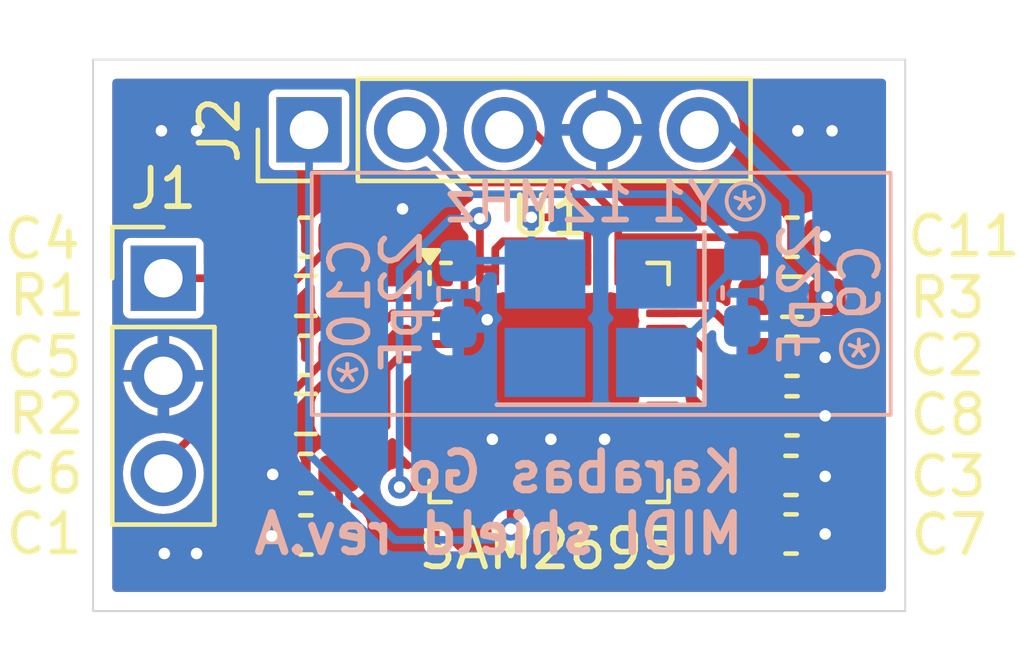
<source format=kicad_pcb>
(kicad_pcb (version 20221018) (generator pcbnew)
  (layers (0 "F.Cu" signal) (31 "B.Cu" signal) (34 "B.Paste" user) (35 "F.Paste" user) (36 "B.SilkS" user "B.Silkscreen") (37 "F.SilkS" user "F.Silkscreen") (38 "B.Mask" user) (39 "F.Mask" user) (44 "Edge.Cuts" user))
  (net 0 "")
  (net 1 "Net-(U1-VCM)")
  (net 2 "GND")
  (net 3 "VCC3_3")
  (net 4 "Net-(U1-OUTVC12)")
  (net 5 "Net-(C4-Pad1)")
  (net 6 "MIDI_L")
  (net 7 "Net-(C5-Pad1)")
  (net 8 "MIDI_R")
  (net 9 "Net-(U1-AOUTL)")
  (net 10 "Net-(U1-AOUTR)")
  (net 12 "MIDI_IN")
  (net 22 "~{MIDI_RST}")
  (net 23 "MIDI_CLK")
  (net 24 "MIDI_CLK_X2")
  (footprint "Capacitor_SMD:C_0603_1608Metric_Pad1.08x0.95mm_HandSolder" (layer "F.Cu") (at 68.4784 60.452)
    (fp_text reference "C2" (at 4.0386 -0.0254) (layer "F.SilkS"))
    (fp_text value "100n")
    (fp_line (start -0.146267 -0.51) (end 0.146267 -0.51) (stroke (width 0.12)) (layer "F.SilkS"))
    (fp_line (start -0.146267 0.51) (end 0.146267 0.51) (stroke (width 0.12)) (layer "F.SilkS"))
    (pad "1" smd roundrect (at -0.8625 0) (size 1.075 0.95) (layers "F.Cu" "F.Paste" "F.Mask") (net 3 "VCC3_3"))
    (pad "2" smd roundrect (at 0.8625 0) (size 1.075 0.95) (layers "F.Cu" "F.Paste" "F.Mask") (net 2 "GND"))
  )
  (footprint "Capacitor_SMD:C_0603_1608Metric_Pad1.08x0.95mm_HandSolder" (layer "F.Cu") (at 68.4784 57.3532)
    (fp_text reference "C11" (at 4.4704 -0.0254) (layer "F.SilkS"))
    (fp_text value "100n")
    (fp_line (start -0.146267 -0.51) (end 0.146267 -0.51) (stroke (width 0.12)) (layer "F.SilkS"))
    (fp_line (start -0.146267 0.51) (end 0.146267 0.51) (stroke (width 0.12)) (layer "F.SilkS"))
    (pad "1" smd roundrect (at -0.8625 0) (size 1.075 0.95) (layers "F.Cu" "F.Paste" "F.Mask") (net 22 "~{MIDI_RST}"))
    (pad "2" smd roundrect (at 0.8625 0) (size 1.075 0.95) (layers "F.Cu" "F.Paste" "F.Mask") (net 2 "GND"))
  )
  (footprint "Capacitor_SMD:C_0603_1608Metric_Pad1.08x0.95mm_HandSolder" (layer "F.Cu") (at 55.8292 57.3532 180)
    (fp_text reference "C4" (at 6.858 -0.0508) (layer "F.SilkS"))
    (fp_text value "10u")
    (fp_line (start -0.146267 -0.51) (end 0.146267 -0.51) (stroke (width 0.12)) (layer "F.SilkS"))
    (fp_line (start -0.146267 0.51) (end 0.146267 0.51) (stroke (width 0.12)) (layer "F.SilkS"))
    (pad "1" smd roundrect (at -0.8625 0 180) (size 1.075 0.95) (layers "F.Cu" "F.Paste" "F.Mask") (net 5 "Net-(C4-Pad1)"))
    (pad "2" smd roundrect (at 0.8625 0 180) (size 1.075 0.95) (layers "F.Cu" "F.Paste" "F.Mask") (net 6 "MIDI_L"))
  )
  (footprint "Capacitor_SMD:C_0603_1608Metric_Pad1.08x0.95mm_HandSolder" (layer "F.Cu") (at 68.4541 65.0748)
    (fp_text reference "C7" (at 4.1137 0.0254) (layer "F.SilkS"))
    (fp_text value "100n")
    (fp_line (start -0.146267 -0.51) (end 0.146267 -0.51) (stroke (width 0.12)) (layer "F.SilkS"))
    (fp_line (start -0.146267 0.51) (end 0.146267 0.51) (stroke (width 0.12)) (layer "F.SilkS"))
    (pad "1" smd roundrect (at -0.8625 0) (size 1.075 0.95) (layers "F.Cu" "F.Paste" "F.Mask") (net 3 "VCC3_3"))
    (pad "2" smd roundrect (at 0.8625 0) (size 1.075 0.95) (layers "F.Cu" "F.Paste" "F.Mask") (net 2 "GND"))
  )
  (footprint "Capacitor_SMD:C_0603_1608Metric_Pad1.08x0.95mm_HandSolder" (layer "F.Cu") (at 55.8292 65.1002 180)
    (fp_text reference "C1" (at 6.8072 0.0254) (layer "F.SilkS"))
    (fp_text value "10u")
    (fp_line (start -0.146267 -0.51) (end 0.146267 -0.51) (stroke (width 0.12)) (layer "F.SilkS"))
    (fp_line (start -0.146267 0.51) (end 0.146267 0.51) (stroke (width 0.12)) (layer "F.SilkS"))
    (pad "1" smd roundrect (at -0.8625 0 180) (size 1.075 0.95) (layers "F.Cu" "F.Paste" "F.Mask") (net 1 "Net-(U1-VCM)"))
    (pad "2" smd roundrect (at 0.8625 0 180) (size 1.075 0.95) (layers "F.Cu" "F.Paste" "F.Mask") (net 2 "GND"))
  )
  (footprint "Package_DFN_QFN:QFN-48-1EP_6x6mm_P0.4mm_EP4.2x4.2mm" (layer "F.Cu") (at 62.1573 61.1328)
    (fp_text reference "U1" (at 0 -4.33) (layer "F.SilkS"))
    (fp_text value "SAM2695" (at 0 4.33) (layer "F.SilkS" knockout))
    (fp_line (start -3.11 -2.56) (end -3.11 -2.87) (stroke (width 0.12)) (layer "F.SilkS"))
    (fp_line (start -3.11 3.11) (end -3.11 2.56) (stroke (width 0.12)) (layer "F.SilkS"))
    (fp_line (start -2.56 -3.11) (end -2.81 -3.11) (stroke (width 0.12)) (layer "F.SilkS"))
    (fp_line (start -2.56 3.11) (end -3.11 3.11) (stroke (width 0.12)) (layer "F.SilkS"))
    (fp_line (start 2.56 -3.11) (end 3.11 -3.11) (stroke (width 0.12)) (layer "F.SilkS"))
    (fp_line (start 2.56 3.11) (end 3.11 3.11) (stroke (width 0.12)) (layer "F.SilkS"))
    (fp_line (start 3.11 -3.11) (end 3.11 -2.56) (stroke (width 0.12)) (layer "F.SilkS"))
    (fp_line (start 3.11 3.11) (end 3.11 2.56) (stroke (width 0.12)) (layer "F.SilkS"))
    (fp_poly (pts (xy -3.11 -3.11) (xy -3.35 -3.44) (xy -2.87 -3.44) (xy -3.11 -3.11)) (stroke (width 0.12)) (fill solid) (layer "F.SilkS"))
    (pad "1" smd roundrect (at -2.95 -2.2) (size 0.85 0.2) (layers "F.Cu" "F.Paste" "F.Mask") (net 9 "Net-(U1-AOUTL)"))
    (pad "2" smd roundrect (at -2.95 -1.8) (size 0.85 0.2) (layers "F.Cu" "F.Paste" "F.Mask") (net 10 "Net-(U1-AOUTR)"))
    (pad "3" smd roundrect (at -2.95 -1.4) (size 0.85 0.2) (layers "F.Cu" "F.Paste" "F.Mask"))
    (pad "4" smd roundrect (at -2.95 -1) (size 0.85 0.2) (layers "F.Cu" "F.Paste" "F.Mask") (net 2 "GND"))
    (pad "5" smd roundrect (at -2.95 -0.6) (size 0.85 0.2) (layers "F.Cu" "F.Paste" "F.Mask") (net 1 "Net-(U1-VCM)"))
    (pad "6" smd roundrect (at -2.95 -0.2) (size 0.85 0.2) (layers "F.Cu" "F.Paste" "F.Mask") (net 3 "VCC3_3"))
    (pad "7" smd roundrect (at -2.95 0.2) (size 0.85 0.2) (layers "F.Cu" "F.Paste" "F.Mask") (net 2 "GND"))
    (pad "8" smd roundrect (at -2.95 0.6) (size 0.85 0.2) (layers "F.Cu" "F.Paste" "F.Mask") (net 3 "VCC3_3"))
    (pad "9" smd roundrect (at -2.95 1) (size 0.85 0.2) (layers "F.Cu" "F.Paste" "F.Mask") (net 2 "GND"))
    (pad "10" smd roundrect (at -2.95 1.4) (size 0.85 0.2) (layers "F.Cu" "F.Paste" "F.Mask") (net 2 "GND"))
    (pad "11" smd roundrect (at -2.95 1.8) (size 0.85 0.2) (layers "F.Cu" "F.Paste" "F.Mask") (net 3 "VCC3_3"))
    (pad "12" smd roundrect (at -2.95 2.2) (size 0.85 0.2) (layers "F.Cu" "F.Paste" "F.Mask") (net 3 "VCC3_3"))
    (pad "13" smd roundrect (at -2.2 2.95) (size 0.2 0.85) (layers "F.Cu" "F.Paste" "F.Mask") (net 2 "GND"))
    (pad "14" smd roundrect (at -1.8 2.95) (size 0.2 0.85) (layers "F.Cu" "F.Paste" "F.Mask") (net 2 "GND"))
    (pad "15" smd roundrect (at -1.4 2.95) (size 0.2 0.85) (layers "F.Cu" "F.Paste" "F.Mask") (net 2 "GND"))
    (pad "16" smd roundrect (at -1 2.95) (size 0.2 0.85) (layers "F.Cu" "F.Paste" "F.Mask") (net 12 "MIDI_IN"))
    (pad "17" smd roundrect (at -0.6 2.95) (size 0.2 0.85) (layers "F.Cu" "F.Paste" "F.Mask"))
    (pad "18" smd roundrect (at -0.2 2.95) (size 0.2 0.85) (layers "F.Cu" "F.Paste" "F.Mask") (net 2 "GND"))
    (pad "19" smd roundrect (at 0.2 2.95) (size 0.2 0.85) (layers "F.Cu" "F.Paste" "F.Mask"))
    (pad "20" smd roundrect (at 0.6 2.95) (size 0.2 0.85) (layers "F.Cu" "F.Paste" "F.Mask") (net 3 "VCC3_3"))
    (pad "21" smd roundrect (at 1 2.95) (size 0.2 0.85) (layers "F.Cu" "F.Paste" "F.Mask"))
    (pad "22" smd roundrect (at 1.4 2.95) (size 0.2 0.85) (layers "F.Cu" "F.Paste" "F.Mask"))
    (pad "23" smd roundrect (at 1.8 2.95) (size 0.2 0.85) (layers "F.Cu" "F.Paste" "F.Mask"))
    (pad "24" smd roundrect (at 2.2 2.95) (size 0.2 0.85) (layers "F.Cu" "F.Paste" "F.Mask"))
    (pad "25" smd roundrect (at 2.95 2.2) (size 0.85 0.2) (layers "F.Cu" "F.Paste" "F.Mask") (net 2 "GND"))
    (pad "26" smd roundrect (at 2.95 1.8) (size 0.85 0.2) (layers "F.Cu" "F.Paste" "F.Mask"))
    (pad "27" smd roundrect (at 2.95 1.4) (size 0.85 0.2) (layers "F.Cu" "F.Paste" "F.Mask"))
    (pad "28" smd roundrect (at 2.95 1) (size 0.85 0.2) (layers "F.Cu" "F.Paste" "F.Mask"))
    (pad "29" smd roundrect (at 2.95 0.6) (size 0.85 0.2) (layers "F.Cu" "F.Paste" "F.Mask"))
    (pad "30" smd roundrect (at 2.95 0.2) (size 0.85 0.2) (layers "F.Cu" "F.Paste" "F.Mask"))
    (pad "31" smd roundrect (at 2.95 -0.2) (size 0.85 0.2) (layers "F.Cu" "F.Paste" "F.Mask") (net 3 "VCC3_3"))
    (pad "32" smd roundrect (at 2.95 -0.6) (size 0.85 0.2) (layers "F.Cu" "F.Paste" "F.Mask"))
    (pad "33" smd roundrect (at 2.95 -1) (size 0.85 0.2) (layers "F.Cu" "F.Paste" "F.Mask"))
    (pad "34" smd roundrect (at 2.95 -1.4) (size 0.85 0.2) (layers "F.Cu" "F.Paste" "F.Mask") (net 4 "Net-(U1-OUTVC12)"))
    (pad "35" smd roundrect (at 2.95 -1.8) (size 0.85 0.2) (layers "F.Cu" "F.Paste" "F.Mask") (net 3 "VCC3_3"))
    (pad "36" smd roundrect (at 2.95 -2.2) (size 0.85 0.2) (layers "F.Cu" "F.Paste" "F.Mask") (net 2 "GND"))
    (pad "37" smd roundrect (at 2.2 -2.95) (size 0.2 0.85) (layers "F.Cu" "F.Paste" "F.Mask"))
    (pad "38" smd roundrect (at 1.8 -2.95) (size 0.2 0.85) (layers "F.Cu" "F.Paste" "F.Mask") (net 22 "~{MIDI_RST}"))
    (pad "39" smd roundrect (at 1.4 -2.95) (size 0.2 0.85) (layers "F.Cu" "F.Paste" "F.Mask") (net 23 "MIDI_CLK"))
    (pad "40" smd roundrect (at 1 -2.95) (size 0.2 0.85) (layers "F.Cu" "F.Paste" "F.Mask") (net 24 "MIDI_CLK_X2"))
    (pad "41" smd roundrect (at 0.6 -2.95) (size 0.2 0.85) (layers "F.Cu" "F.Paste" "F.Mask") (net 3 "VCC3_3"))
    (pad "42" smd roundrect (at 0.2 -2.95) (size 0.2 0.85) (layers "F.Cu" "F.Paste" "F.Mask"))
    (pad "43" smd roundrect (at -0.2 -2.95) (size 0.2 0.85) (layers "F.Cu" "F.Paste" "F.Mask"))
    (pad "44" smd roundrect (at -0.6 -2.95) (size 0.2 0.85) (layers "F.Cu" "F.Paste" "F.Mask"))
    (pad "45" smd roundrect (at -1 -2.95) (size 0.2 0.85) (layers "F.Cu" "F.Paste" "F.Mask") (net 2 "GND"))
    (pad "46" smd roundrect (at -1.4 -2.95) (size 0.2 0.85) (layers "F.Cu" "F.Paste" "F.Mask") (net 3 "VCC3_3"))
    (pad "47" smd roundrect (at -1.8 -2.95) (size 0.2 0.85) (layers "F.Cu" "F.Paste" "F.Mask") (net 3 "VCC3_3"))
    (pad "48" smd roundrect (at -2.2 -2.95) (size 0.2 0.85) (layers "F.Cu" "F.Paste" "F.Mask") (net 2 "GND"))
    (pad "49" smd rect (at 0 0) (size 4.2 4.2) (property pad_prop_heatsink) (layers "F.Cu" "F.Mask") (net 2 "GND"))
  )
  (footprint "Capacitor_SMD:C_0603_1608Metric_Pad1.08x0.95mm_HandSolder" (layer "F.Cu") (at 68.453 63.5508)
    (fp_text reference "C3" (at 4.0894 0.0254) (layer "F.SilkS"))
    (fp_text value "10u")
    (fp_line (start -0.146267 -0.51) (end 0.146267 -0.51) (stroke (width 0.12)) (layer "F.SilkS"))
    (fp_line (start -0.146267 0.51) (end 0.146267 0.51) (stroke (width 0.12)) (layer "F.SilkS"))
    (pad "1" smd roundrect (at -0.8625 0) (size 1.075 0.95) (layers "F.Cu" "F.Paste" "F.Mask") (net 4 "Net-(U1-OUTVC12)"))
    (pad "2" smd roundrect (at 0.8625 0) (size 1.075 0.95) (layers "F.Cu" "F.Paste" "F.Mask") (net 2 "GND"))
  )
  (footprint "Resistor_SMD:R_0603_1608Metric_Pad0.98x0.95mm_HandSolder" (layer "F.Cu") (at 55.8292 58.8772 180)
    (fp_text reference "R1" (at 6.731 0) (layer "F.SilkS"))
    (fp_text value "4k7")
    (fp_line (start -0.254724 -0.5225) (end 0.254724 -0.5225) (stroke (width 0.12)) (layer "F.SilkS"))
    (fp_line (start -0.254724 0.5225) (end 0.254724 0.5225) (stroke (width 0.12)) (layer "F.SilkS"))
    (pad "1" smd roundrect (at -0.9125 0 180) (size 0.975 0.95) (layers "F.Cu" "F.Paste" "F.Mask") (net 9 "Net-(U1-AOUTL)"))
    (pad "2" smd roundrect (at 0.9125 0 180) (size 0.975 0.95) (layers "F.Cu" "F.Paste" "F.Mask") (net 5 "Net-(C4-Pad1)"))
  )
  (footprint "Capacitor_SMD:C_0603_1608Metric_Pad1.08x0.95mm_HandSolder" (layer "F.Cu") (at 55.8292 60.4266 180)
    (fp_text reference "C5" (at 6.8072 -0.0508) (layer "F.SilkS"))
    (fp_text value "10u")
    (fp_line (start -0.146267 -0.51) (end 0.146267 -0.51) (stroke (width 0.12)) (layer "F.SilkS"))
    (fp_line (start -0.146267 0.51) (end 0.146267 0.51) (stroke (width 0.12)) (layer "F.SilkS"))
    (pad "1" smd roundrect (at -0.8625 0 180) (size 1.075 0.95) (layers "F.Cu" "F.Paste" "F.Mask") (net 7 "Net-(C5-Pad1)"))
    (pad "2" smd roundrect (at 0.8625 0 180) (size 1.075 0.95) (layers "F.Cu" "F.Paste" "F.Mask") (net 8 "MIDI_R"))
  )
  (footprint "Connector_PinHeader_2.54mm:PinHeader_1x03_P2.54mm_Vertical" (layer "F.Cu") (at 52.1208 58.42)
    (fp_text reference "J1" (at 0 -2.33) (layer "F.SilkS"))
    (fp_text value "Audio")
    (fp_line (start -1.33 -1.33) (end 0 -1.33) (stroke (width 0.12)) (layer "F.SilkS"))
    (fp_line (start -1.33 0) (end -1.33 -1.33) (stroke (width 0.12)) (layer "F.SilkS"))
    (fp_line (start -1.33 1.27) (end -1.33 6.41) (stroke (width 0.12)) (layer "F.SilkS"))
    (fp_line (start -1.33 1.27) (end 1.33 1.27) (stroke (width 0.12)) (layer "F.SilkS"))
    (fp_line (start -1.33 6.41) (end 1.33 6.41) (stroke (width 0.12)) (layer "F.SilkS"))
    (fp_line (start 1.33 1.27) (end 1.33 6.41) (stroke (width 0.12)) (layer "F.SilkS"))
    (pad "1" thru_hole rect (at 0 0) (size 1.7 1.7) (drill 1) (layers "*.Cu" "*.Mask") (net 6 "MIDI_L"))
    (pad "2" thru_hole oval (at 0 2.54) (size 1.7 1.7) (drill 1) (layers "*.Cu" "*.Mask") (net 2 "GND"))
    (pad "3" thru_hole oval (at 0 5.08) (size 1.7 1.7) (drill 1) (layers "*.Cu" "*.Mask") (net 8 "MIDI_R"))
  )
  (footprint "Connector_PinHeader_2.54mm:PinHeader_1x05_P2.54mm_Vertical" (layer "F.Cu") (at 55.9104 54.5592 90)
    (fp_text reference "J2" (at 0 -2.33 90) (layer "F.SilkS"))
    (fp_text value "Midi")
    (fp_line (start -1.33 -1.33) (end 0 -1.33) (stroke (width 0.12)) (layer "F.SilkS"))
    (fp_line (start -1.33 0) (end -1.33 -1.33) (stroke (width 0.12)) (layer "F.SilkS"))
    (fp_line (start -1.33 1.27) (end -1.33 11.49) (stroke (width 0.12)) (layer "F.SilkS"))
    (fp_line (start -1.33 1.27) (end 1.33 1.27) (stroke (width 0.12)) (layer "F.SilkS"))
    (fp_line (start -1.33 11.49) (end 1.33 11.49) (stroke (width 0.12)) (layer "F.SilkS"))
    (fp_line (start 1.33 1.27) (end 1.33 11.49) (stroke (width 0.12)) (layer "F.SilkS"))
    (pad "1" thru_hole rect (at 0 0 90) (size 1.7 1.7) (drill 1) (layers "*.Cu" "*.Mask") (net 12 "MIDI_IN"))
    (pad "2" thru_hole oval (at 0 2.54 90) (size 1.7 1.7) (drill 1) (layers "*.Cu" "*.Mask") (net 23 "MIDI_CLK"))
    (pad "3" thru_hole oval (at 0 5.08 90) (size 1.7 1.7) (drill 1) (layers "*.Cu" "*.Mask") (net 22 "~{MIDI_RST}"))
    (pad "4" thru_hole oval (at 0 7.62 90) (size 1.7 1.7) (drill 1) (layers "*.Cu" "*.Mask") (net 2 "GND"))
    (pad "5" thru_hole oval (at 0 10.16 90) (size 1.7 1.7) (drill 1) (layers "*.Cu" "*.Mask") (net 3 "VCC3_3"))
  )
  (footprint "Capacitor_SMD:C_0603_1608Metric_Pad1.08x0.95mm_HandSolder" (layer "F.Cu") (at 55.8292 63.5 180)
    (fp_text reference "C6" (at 6.7818 0) (layer "F.SilkS"))
    (fp_text value "100n")
    (fp_line (start -0.146267 -0.51) (end 0.146267 -0.51) (stroke (width 0.12)) (layer "F.SilkS"))
    (fp_line (start -0.146267 0.51) (end 0.146267 0.51) (stroke (width 0.12)) (layer "F.SilkS"))
    (pad "1" smd roundrect (at -0.8625 0 180) (size 1.075 0.95) (layers "F.Cu" "F.Paste" "F.Mask") (net 1 "Net-(U1-VCM)"))
    (pad "2" smd roundrect (at 0.8625 0 180) (size 1.075 0.95) (layers "F.Cu" "F.Paste" "F.Mask") (net 2 "GND"))
  )
  (footprint "Resistor_SMD:R_0603_1608Metric_Pad0.98x0.95mm_HandSolder" (layer "F.Cu") (at 55.8292 61.9506 180)
    (fp_text reference "R2" (at 6.7564 0) (layer "F.SilkS"))
    (fp_text value "4k7")
    (fp_line (start -0.254724 -0.5225) (end 0.254724 -0.5225) (stroke (width 0.12)) (layer "F.SilkS"))
    (fp_line (start -0.254724 0.5225) (end 0.254724 0.5225) (stroke (width 0.12)) (layer "F.SilkS"))
    (pad "1" smd roundrect (at -0.9125 0 180) (size 0.975 0.95) (layers "F.Cu" "F.Paste" "F.Mask") (net 10 "Net-(U1-AOUTR)"))
    (pad "2" smd roundrect (at 0.9125 0 180) (size 0.975 0.95) (layers "F.Cu" "F.Paste" "F.Mask") (net 7 "Net-(C5-Pad1)"))
  )
  (footprint "Capacitor_SMD:C_0603_1608Metric_Pad1.08x0.95mm_HandSolder" (layer "F.Cu") (at 68.4784 62.0014)
    (fp_text reference "C8" (at 4.064 -0.0254) (layer "F.SilkS"))
    (fp_text value "100n")
    (fp_line (start -0.146267 -0.51) (end 0.146267 -0.51) (stroke (width 0.12)) (layer "F.SilkS"))
    (fp_line (start -0.146267 0.51) (end 0.146267 0.51) (stroke (width 0.12)) (layer "F.SilkS"))
    (pad "1" smd roundrect (at -0.8625 0) (size 1.075 0.95) (layers "F.Cu" "F.Paste" "F.Mask") (net 4 "Net-(U1-OUTVC12)"))
    (pad "2" smd roundrect (at 0.8625 0) (size 1.075 0.95) (layers "F.Cu" "F.Paste" "F.Mask") (net 2 "GND"))
  )
  (footprint "Resistor_SMD:R_0603_1608Metric_Pad0.98x0.95mm_HandSolder" (layer "F.Cu") (at 68.4784 58.9026)
    (fp_text reference "R3" (at 4.0386 0.0254) (layer "F.SilkS"))
    (fp_text value "10k")
    (fp_line (start -0.254724 -0.5225) (end 0.254724 -0.5225) (stroke (width 0.12)) (layer "F.SilkS"))
    (fp_line (start -0.254724 0.5225) (end 0.254724 0.5225) (stroke (width 0.12)) (layer "F.SilkS"))
    (pad "1" smd roundrect (at -0.9125 0) (size 0.975 0.95) (layers "F.Cu" "F.Paste" "F.Mask") (net 22 "~{MIDI_RST}"))
    (pad "2" smd roundrect (at 0.9125 0) (size 0.975 0.95) (layers "F.Cu" "F.Paste" "F.Mask") (net 3 "VCC3_3"))
  )
  (footprint "Capacitor_SMD:C_0603_1608Metric_Pad1.08x0.95mm_HandSolder" (layer "B.Cu") (at 67.183 58.801 -90)
    (fp_text reference "C9" (at -0.2794 -3.0734 90) (layer "B.SilkS") (effects (justify mirror)))
    (fp_text value "22pF" (at 0.0254 -1.4986 90) (layer "B.SilkS") (effects (justify mirror)))
    (fp_line (start -0.146267 -0.51) (end 0.146267 -0.51) (stroke (width 0.12)) (layer "B.SilkS"))
    (fp_line (start -0.146267 0.51) (end 0.146267 0.51) (stroke (width 0.12)) (layer "B.SilkS"))
    (pad "1" smd roundrect (at -0.8625 0 270) (size 1.075 0.95) (layers "B.Cu" "B.Paste" "B.Mask") (net 23 "MIDI_CLK"))
    (pad "2" smd roundrect (at 0.8625 0 270) (size 1.075 0.95) (layers "B.Cu" "B.Paste" "B.Mask") (net 2 "GND"))
  )
  (footprint "Crystal:Crystal_SMD_3225-4Pin_3.2x2.5mm_HandSoldering" (layer "B.Cu") (at 63.5 59.4614 180)
    (fp_text reference "Y1" (at -2.2098 3.0226) (layer "B.SilkS") (effects (justify mirror)))
    (fp_text value "12MHz" (at 1.6002 3.0226) (layer "B.SilkS") (effects (justify mirror)))
    (fp_line (start -2.7 -2.25) (end 2.7 -2.25) (stroke (width 0.12)) (layer "B.SilkS"))
    (fp_line (start -2.7 2.25) (end -2.7 -2.25) (stroke (width 0.12)) (layer "B.SilkS"))
    (pad "1" smd rect (at -1.45 -1.15 180) (size 2.1 1.8) (layers "B.Cu" "B.Paste" "B.Mask") (net 23 "MIDI_CLK"))
    (pad "2" smd rect (at 1.45 -1.15 180) (size 2.1 1.8) (layers "B.Cu" "B.Paste" "B.Mask"))
    (pad "3" smd rect (at 1.45 1.15 180) (size 2.1 1.8) (layers "B.Cu" "B.Paste" "B.Mask") (net 24 "MIDI_CLK_X2"))
    (pad "4" smd rect (at -1.45 1.15 180) (size 2.1 1.8) (layers "B.Cu" "B.Paste" "B.Mask"))
  )
  (footprint "Capacitor_SMD:C_0603_1608Metric_Pad1.08x0.95mm_HandSolder" (layer "B.Cu") (at 59.7916 58.8264 -90)
    (fp_text reference "C10" (at 0 2.8194 90) (layer "B.SilkS") (effects (justify mirror)))
    (fp_text value "22pF" (at 0.2032 1.4732 90) (layer "B.SilkS") (effects (justify mirror)))
    (fp_line (start -0.146267 -0.51) (end 0.146267 -0.51) (stroke (width 0.12)) (layer "B.SilkS"))
    (fp_line (start -0.146267 0.51) (end 0.146267 0.51) (stroke (width 0.12)) (layer "B.SilkS"))
    (pad "1" smd roundrect (at -0.8625 0 270) (size 1.075 0.95) (layers "B.Cu" "B.Paste" "B.Mask") (net 24 "MIDI_CLK_X2"))
    (pad "2" smd roundrect (at 0.8625 0 270) (size 1.075 0.95) (layers "B.Cu" "B.Paste" "B.Mask") (net 2 "GND"))
  )
  (gr_rect (start 55.9816 55.6768) (end 71.0438 61.976) (stroke (width 0.1)) (fill none) (layer "B.SilkS"))
  (gr_circle (center 67.2592 56.4134) (end 67.7418 56.4134) (stroke (width 0.1)) (fill none) (layer "B.SilkS"))
  (gr_circle (center 70.231 60.2488) (end 70.7136 60.2488) (stroke (width 0.1)) (fill none) (layer "B.SilkS"))
  (gr_circle (center 56.9214 60.8838) (end 57.404 60.8838) (stroke (width 0.1)) (fill none) (layer "B.SilkS"))
  (gr_rect (start 50.292 52.7304) (end 71.4248 67.0814) (stroke (width 0.05)) (fill none) (layer "Edge.Cuts"))
  (gr_text "*" (at 67.691 57.3024) (layer "B.SilkS") (effects (font (size 1 1) (thickness 0.1)) (justify left bottom mirror)))
  (gr_text "*" (at 57.3532 61.7728) (layer "B.SilkS") (effects (font (size 1 1) (thickness 0.1)) (justify left bottom mirror)))
  (gr_text "*" (at 70.6628 61.1378) (layer "B.SilkS") (effects (font (size 1 1) (thickness 0.1)) (justify left bottom mirror)))
  (gr_text "Karabas Go\nMIDI shield rev.A" (at 67.31 65.659) (layer "B.SilkS") (effects (font (size 1 1) (thickness 0.2) bold) (justify left bottom mirror)))
  (segment (start 56.6917 65.1002) (end 56.6917 63.5) (width 0.2) (layer "F.Cu") (net 1))
  (segment (start 57.9292 62.2625) (end 56.6917 63.5) (width 0.2) (layer "F.Cu") (net 1))
  (segment (start 58.1868 60.5328) (end 57.9292 60.7904) (width 0.2) (layer "F.Cu") (net 1))
  (segment (start 57.9292 60.7904) (end 57.9292 62.2625) (width 0.2) (layer "F.Cu") (net 1))
  (segment (start 59.2073 60.5328) (end 58.1868 60.5328) (width 0.2) (layer "F.Cu") (net 1))
  (segment (start 65.1073 58.9328) (end 64.3573 58.9328) (width 0.2) (layer "F.Cu") (net 2))
  (segment (start 60.3573 64.0828) (end 60.3573 62.9328) (width 0.2) (layer "F.Cu") (net 2))
  (segment (start 64.3573 58.9328) (end 62.1573 61.1328) (width 0.2) (layer "F.Cu") (net 2))
  (segment (start 61.9573 61.3328) (end 62.1573 61.1328) (width 0.2) (layer "F.Cu") (net 2))
  (segment (start 59.2073 61.3328) (end 61.9573 61.3328) (width 0.2) (layer "F.Cu") (net 2))
  (segment (start 61.1573 62.1328) (end 62.1573 61.1328) (width 0.2) (layer "F.Cu") (net 2))
  (segment (start 60.7573 64.0828) (end 60.7573 62.5328) (width 0.2) (layer "F.Cu") (net 2))
  (segment (start 59.2073 62.1328) (end 61.1573 62.1328) (width 0.2) (layer "F.Cu") (net 2))
  (segment (start 59.2073 60.1328) (end 61.1573 60.1328) (width 0.2) (layer "F.Cu") (net 2))
  (segment (start 61.1573 58.1828) (end 61.1573 60.1328) (width 0.2) (layer "F.Cu") (net 2))
  (segment (start 59.9573 58.9328) (end 62.1573 61.1328) (width 0.2) (layer "F.Cu") (net 2))
  (segment (start 60.547395 59.522895) (end 62.1573 61.1328) (width 0.2) (layer "F.Cu") (net 2))
  (segment (start 60.3573 62.9328) (end 62.1573 61.1328) (width 0.2) (layer "F.Cu") (net 2))
  (segment (start 61.9573 64.0828) (end 61.9573 61.3328) (width 0.2) (layer "F.Cu") (net 2))
  (segment (start 69.3409 60.4763) (end 69.342 60.4774) (width 0.2) (layer "F.Cu") (net 2))
  (segment (start 61.1573 60.1328) (end 62.1573 61.1328) (width 0.2) (layer "F.Cu") (net 2))
  (segment (start 60.7573 62.5328) (end 62.1573 61.1328) (width 0.2) (layer "F.Cu") (net 2))
  (segment (start 65.1073 63.3328) (end 64.3573 63.3328) (width 0.2) (layer "F.Cu") (net 2))
  (segment (start 59.9573 63.3328) (end 62.1573 61.1328) (width 0.2) (layer "F.Cu") (net 2))
  (segment (start 59.9573 58.1828) (end 59.9573 58.9328) (width 0.2) (layer "F.Cu") (net 2))
  (segment (start 59.9573 64.0828) (end 59.9573 63.3328) (width 0.2) (layer "F.Cu") (net 2))
  (segment (start 69.3409 60.452) (end 69.3409 60.4763) (width 0.2) (layer "F.Cu") (net 2))
  (segment (start 60.547395 59.498913) (end 60.547395 59.522895) (width 0.2) (layer "F.Cu") (net 2))
  (segment (start 59.2073 62.5328) (end 60.7573 62.5328) (width 0.2) (layer "F.Cu") (net 2))
  (segment (start 64.3573 63.3328) (end 62.1573 61.1328) (width 0.2) (layer "F.Cu") (net 2))
  (via (at 60.547395 59.498913) (size 0.6) (drill 0.3) (layers "F.Cu" "B.Cu") (net 2))
  (via (at 69.342 65.0748) (size 0.6) (drill 0.3) (layers "F.Cu" "B.Cu") (net 2))
  (via (at 60.6806 62.611) (size 0.6) (drill 0.3) (layers "F.Cu" "B.Cu") (net 2))
  (via (at 54.9402 65.1256) (size 0.6) (drill 0.3) (layers "F.Cu" "B.Cu") (net 2))
  (via (at 63.6016 62.611) (size 0.6) (drill 0.3) (layers "F.Cu" "B.Cu") (net 2))
  (via (at 52.9844 54.5846) (size 0.6) (drill 0.3) (layers "F.Cu" "B.Cu") (net 2))
  (via (at 68.6308 54.5846) (size 0.6) (drill 0.3) (layers "F.Cu" "B.Cu") (net 2))
  (via (at 69.342 62.0014) (size 0.6) (drill 0.3) (layers "F.Cu" "B.Cu") (net 2))
  (via (at 69.342 60.4774) (size 0.6) (drill 0.3) (layers "F.Cu" "B.Cu") (net 2))
  (via (at 58.3438 56.6166) (size 0.6) (drill 0.3) (layers "F.Cu" "B.Cu") (net 2))
  (via (at 52.9844 65.5828) (size 0.6) (drill 0.3) (layers "F.Cu" "B.Cu") (net 2))
  (via (at 62.2046 62.611) (size 0.6) (drill 0.3) (layers "F.Cu" "B.Cu") (net 2))
  (via (at 54.9656 63.5254) (size 0.6) (drill 0.3) (layers "F.Cu" "B.Cu") (net 2))
  (via (at 52.1462 65.5828) (size 0.6) (drill 0.3) (layers "F.Cu" "B.Cu") (net 2))
  (via (at 69.342 63.5762) (size 0.6) (drill 0.3) (layers "F.Cu" "B.Cu") (net 2))
  (via (at 52.07 54.5846) (size 0.6) (drill 0.3) (layers "F.Cu" "B.Cu") (net 2))
  (via (at 69.5198 54.5846) (size 0.6) (drill 0.3) (layers "F.Cu" "B.Cu") (net 2))
  (via (at 69.342 57.3278) (size 0.6) (drill 0.3) (layers "F.Cu" "B.Cu") (net 2))
  (segment (start 60.357408 59.6889) (end 60.547395 59.498913) (width 0.2) (layer "B.Cu") (net 2))
  (segment (start 59.7916 59.6889) (end 60.357408 59.6889) (width 0.2) (layer "B.Cu") (net 2))
  (segment (start 60.3573 56.8775) (end 60.3573 58.1828) (width 0.2) (layer "F.Cu") (net 3))
  (segment (start 65.1073 60.9328) (end 65.8604 60.9328) (width 0.2) (layer "F.Cu") (net 3))
  (segment (start 68.478 64.1884) (end 67.5916 65.0748) (width 0.2) (layer "F.Cu") (net 3))
  (segment (start 58.68594 62.9328) (end 59.2073 62.9328) (width 0.2) (layer "F.Cu") (net 3))
  (segment (start 60.3504 56.8706) (end 60.3573 56.8775) (width 0.2) (layer "F.Cu") (net 3))
  (segment (start 60.7573 58.1828) (end 60.3573 58.1828) (width 0.2) (layer "F.Cu") (net 3))
  (segment (start 58.68594 60.9328) (end 58.4823 61.13644) (width 0.2) (layer "F.Cu") (net 3))
  (segment (start 67.8415 60.452) (end 69.3909 58.9026) (width 0.2) (layer "F.Cu") (net 3))
  (segment (start 62.7573 64.0828) (end 62.7573 64.60416) (width 0.2) (layer "F.Cu") (net 3))
  (segment (start 60.96094 57.4578) (end 60.7573 57.66144) (width 0.2) (layer "F.Cu") (net 3))
  (segment (start 67.6159 60.452) (end 68.478 61.3141) (width 0.2) (layer "F.Cu") (net 3))
  (segment (start 59.2073 61.7328) (end 58.68594 61.7328) (width 0.2) (layer "F.Cu") (net 3))
  (segment (start 63.22794 65.0748) (end 67.5916 65.0748) (width 0.2) (layer "F.Cu") (net 3))
  (segment (start 67.6159 60.452) (end 67.8415 60.452) (width 0.2) (layer "F.Cu") (net 3))
  (segment (start 58.4823 62.72916) (end 58.68594 62.9328) (width 0.2) (layer "F.Cu") (net 3))
  (segment (start 62.7573 58.1828) (end 62.7573 57.66144) (width 0.2) (layer "F.Cu") (net 3))
  (segment (start 59.2073 63.3328) (end 59.2073 63.8556) (width 0.2) (layer "F.Cu") (net 3))
  (segment (start 63.22794 65.29606) (end 63.22794 65.0748) (width 0.2) (layer "F.Cu") (net 3))
  (segment (start 66.753 64.2362) (end 67.5916 65.0748) (width 0.2) (layer "F.Cu") (net 3))
  (segment (start 65.8604 60.9328) (end 66.753 61.8254) (width 0.2) (layer "F.Cu") (net 3))
  (segment (start 58.4823 61.13644) (end 58.4823 61.93644) (width 0.2) (layer "F.Cu") (net 3))
  (segment (start 58.2676 63.8556) (end 59.2073 63.8556) (width 0.2) (layer "F.Cu") (net 3))
  (segment (start 59.2073 63.8556) (end 59.2073 65.3541) (width 0.2) (layer "F.Cu") (net 3))
  (segment (start 59.2073 65.3541) (end 59.6804 65.8272) (width 0.2) (layer "F.Cu") (net 3))
  (segment (start 59.2073 60.9328) (end 58.68594 60.9328) (width 0.2) (layer "F.Cu") (net 3))
  (segment (start 59.2073 62.9328) (end 59.2073 63.3328) (width 0.2) (layer "F.Cu") (net 3))
  (segment (start 66.753 61.8254) (end 66.753 64.2362) (width 0.2) (layer "F.Cu") (net 3))
  (segment (start 65.1073 59.3328) (end 66.4967 59.3328) (width 0.2) (layer "F.Cu") (net 3))
  (segment (start 66.4967 59.3328) (end 67.6159 60.452) (width 0.2) (layer "F.Cu") (net 3))
  (segment (start 59.6804 65.8272) (end 62.6968 65.8272) (width 0.2) (layer "F.Cu") (net 3))
  (segment (start 62.55366 57.4578) (end 60.96094 57.4578) (width 0.2) (layer "F.Cu") (net 3))
  (segment (start 58.68594 61.7328) (end 58.4823 61.93644) (width 0.2) (layer "F.Cu") (net 3))
  (segment (start 60.7573 57.66144) (end 60.7573 58.1828) (width 0.2) (layer "F.Cu") (net 3))
  (segment (start 62.7573 57.66144) (end 62.55366 57.4578) (width 0.2) (layer "F.Cu") (net 3))
  (segment (start 68.478 61.3141) (end 68.478 64.1884) (width 0.2) (layer "F.Cu") (net 3))
  (segment (start 62.6968 65.8272) (end 63.22794 65.29606) (width 0.2) (layer "F.Cu") (net 3))
  (segment (start 58.4823 61.93644) (end 58.4823 62.72916) (width 0.2) (layer "F.Cu") (net 3))
  (segment (start 62.7573 64.60416) (end 63.22794 65.0748) (width 0.2) (layer "F.Cu") (net 3))
  (via (at 60.3504 56.8706) (size 0.6) (drill 0.3) (layers "F.Cu" "B.Cu") (net 3))
  (via (at 58.2676 63.8556) (size 0.6) (drill 0.3) (layers "F.Cu" "B.Cu") (net 3))
  (via (at 69.3909 58.9026) (size 0.6) (drill 0.3) (layers "F.Cu" "B.Cu") (net 3))
  (segment (start 60.3504 56.8706) (end 59.580678 56.8706) (width 0.2) (layer "B.Cu") (net 3))
  (segment (start 66.0704 54.5592) (end 66.8528 54.5592) (width 0.4) (layer "B.Cu") (net 3))
  (segment (start 69.3909 58.4943) (end 69.3909 58.9026) (width 0.4) (layer "B.Cu") (net 3))
  (segment (start 66.8528 54.5592) (end 68.6054 56.3118) (width 0.4) (layer "B.Cu") (net 3))
  (segment (start 68.6054 57.7088) (end 69.3909 58.4943) (width 0.4) (layer "B.Cu") (net 3))
  (segment (start 58.2676 58.183678) (end 58.2676 63.8556) (width 0.2) (layer "B.Cu") (net 3))
  (segment (start 68.6054 56.3118) (end 68.6054 57.7088) (width 0.4) (layer "B.Cu") (net 3))
  (segment (start 59.580678 56.8706) (end 58.2676 58.183678) (width 0.2) (layer "B.Cu") (net 3))
  (segment (start 67.5905 62.0268) (end 67.6159 62.0014) (width 0.2) (layer "F.Cu") (net 4))
  (segment (start 65.651 59.7328) (end 65.1073 59.7328) (width 0.2) (layer "F.Cu") (net 4))
  (segment (start 66.421 60.8065) (end 66.421 60.5028) (width 0.2) (layer "F.Cu") (net 4))
  (segment (start 66.421 60.5028) (end 65.651 59.7328) (width 0.2) (layer "F.Cu") (net 4))
  (segment (start 67.5905 63.5508) (end 67.5905 62.0268) (width 0.2) (layer "F.Cu") (net 4))
  (segment (start 67.6159 62.0014) (end 66.421 60.8065) (width 0.2) (layer "F.Cu") (net 4))
  (segment (start 55.1677 58.8772) (end 56.6917 57.3532) (width 0.2) (layer "F.Cu") (net 5))
  (segment (start 54.9167 58.8772) (end 55.1677 58.8772) (width 0.2) (layer "F.Cu") (net 5))
  (segment (start 53.8999 58.42) (end 54.9667 57.3532) (width 0.2) (layer "F.Cu") (net 6))
  (segment (start 52.1208 58.42) (end 53.8999 58.42) (width 0.2) (layer "F.Cu") (net 6))
  (segment (start 56.4407 60.4266) (end 54.9167 61.9506) (width 0.2) (layer "F.Cu") (net 7))
  (segment (start 56.6917 60.4266) (end 56.4407 60.4266) (width 0.2) (layer "F.Cu") (net 7))
  (segment (start 52.1208 63.2725) (end 54.9667 60.4266) (width 0.2) (layer "F.Cu") (net 8))
  (segment (start 52.1208 63.5) (end 52.1208 63.2725) (width 0.2) (layer "F.Cu") (net 8))
  (segment (start 59.2073 58.9328) (end 56.7973 58.9328) (width 0.2) (layer "F.Cu") (net 9))
  (segment (start 56.7973 58.9328) (end 56.7417 58.8772) (width 0.2) (layer "F.Cu") (net 9))
  (segment (start 58.0914 59.3328) (end 57.5292 59.895) (width 0.2) (layer "F.Cu") (net 10))
  (segment (start 59.2073 59.3328) (end 58.0914 59.3328) (width 0.2) (layer "F.Cu") (net 10))
  (segment (start 57.5292 59.895) (end 57.5292 61.1631) (width 0.2) (layer "F.Cu") (net 10))
  (segment (start 57.5292 61.1631) (end 56.7417 61.9506) (width 0.2) (layer "F.Cu") (net 10))
  (segment (start 61.1573 64.9478) (end 61.1573 64.0828) (width 0.2) (layer "F.Cu") (net 12))
  (via (at 61.1573 64.9478) (size 0.6) (drill 0.3) (layers "F.Cu" "B.Cu") (net 12))
  (segment (start 61.1573 64.9478) (end 60.8779 65.2272) (width 0.2) (layer "B.Cu") (net 12))
  (segment (start 55.9104 62.997) (end 55.9104 54.5592) (width 0.2) (layer "B.Cu") (net 12))
  (segment (start 60.8779 65.2272) (end 58.1406 65.2272) (width 0.2) (layer "B.Cu") (net 12))
  (segment (start 58.1406 65.2272) (end 55.9104 62.997) (width 0.2) (layer "B.Cu") (net 12))
  (segment (start 67.5659 57.4032) (end 67.6159 57.3532) (width 0.2) (layer "F.Cu") (net 22))
  (segment (start 67.6159 57.3532) (end 64.014886 57.3532) (width 0.2) (layer "F.Cu") (net 22))
  (segment (start 64.014886 57.3532) (end 63.9573 57.295614) (width 0.2) (layer "F.Cu") (net 22))
  (segment (start 60.9904 54.5592) (end 61.6966 54.5592) (width 0.2) (layer "F.Cu") (net 22))
  (segment (start 63.9573 56.8199) (end 63.9573 57.295614) (width 0.2) (layer "F.Cu") (net 22))
  (segment (start 61.6966 54.5592) (end 63.9573 56.8199) (width 0.2) (layer "F.Cu") (net 22))
  (segment (start 67.5659 58.9026) (end 67.5659 57.4032) (width 0.2) (layer "F.Cu") (net 22))
  (segment (start 63.9573 57.295614) (end 63.9573 58.1828) (width 0.2) (layer "F.Cu") (net 22))
  (segment (start 62.502514 55.9308) (end 63.5573 56.985586) (width 0.2) (layer "F.Cu") (net 23))
  (segment (start 58.4504 54.5592) (end 59.822 55.9308) (width 0.2) (layer "F.Cu") (net 23))
  (segment (start 59.822 55.9308) (end 62.502514 55.9308) (width 0.2) (layer "F.Cu") (net 23))
  (segment (start 63.5573 56.985586) (end 63.5573 58.1828) (width 0.2) (layer "F.Cu") (net 23))
  (segment (start 67.183 57.8104) (end 65.6082 56.2356) (width 0.2) (layer "B.Cu") (net 23))
  (segment (start 60.1268 56.2356) (end 58.4504 54.5592) (width 0.2) (layer "B.Cu") (net 23))
  (segment (start 66.408 59.3034) (end 66.408 58.7135) (width 0.2) (layer "B.Cu") (net 23))
  (segment (start 67.183 57.9385) (end 67.183 57.8104) (width 0.2) (layer "B.Cu") (net 23))
  (segment (start 66.408 58.7135) (end 67.183 57.9385) (width 0.2) (layer "B.Cu") (net 23))
  (segment (start 65.1 60.6114) (end 66.408 59.3034) (width 0.2) (layer "B.Cu") (net 23))
  (segment (start 65.6082 56.2356) (end 60.1268 56.2356) (width 0.2) (layer "B.Cu") (net 23))
  (segment (start 64.95 60.6114) (end 65.1 60.6114) (width 0.2) (layer "B.Cu") (net 23))
  (segment (start 63.1573 57.1629) (end 63.1573 58.1828) (width 0.2) (layer "F.Cu") (net 24))
  (segment (start 62.83 56.8356) (end 63.1573 57.1629) (width 0.2) (layer "F.Cu") (net 24))
  (segment (start 61.6966 56.8356) (end 62.83 56.8356) (width 0.2) (layer "F.Cu") (net 24))
  (via (at 61.6966 56.8356) (size 0.6) (drill 0.3) (layers "F.Cu" "B.Cu") (net 24))
  (segment (start 59.7916 57.9639) (end 61.7025 57.9639) (width 0.2) (layer "B.Cu") (net 24))
  (segment (start 61.6966 57.958) (end 62.05 58.3114) (width 0.2) (layer "B.Cu") (net 24))
  (segment (start 61.7025 57.9639) (end 62.05 58.3114) (width 0.2) (layer "B.Cu") (net 24))
  (segment (start 61.6966 56.8356) (end 61.6966 57.958) (width 0.2) (layer "B.Cu") (net 24))
  (zone (net 2) (net_name "GND") (layers "F&B.Cu") (connect_pads (clearance 0.2)) (min_thickness 0.2) (fill yes (thermal_gap 0.2) (thermal_bridge_width 0.3))
    (polygon (pts (xy 48.2346 51.181) (xy 72.4154 51.181) (xy 72.4154 68.4022) (xy 48.133 68.4022)))
  )
)
</source>
